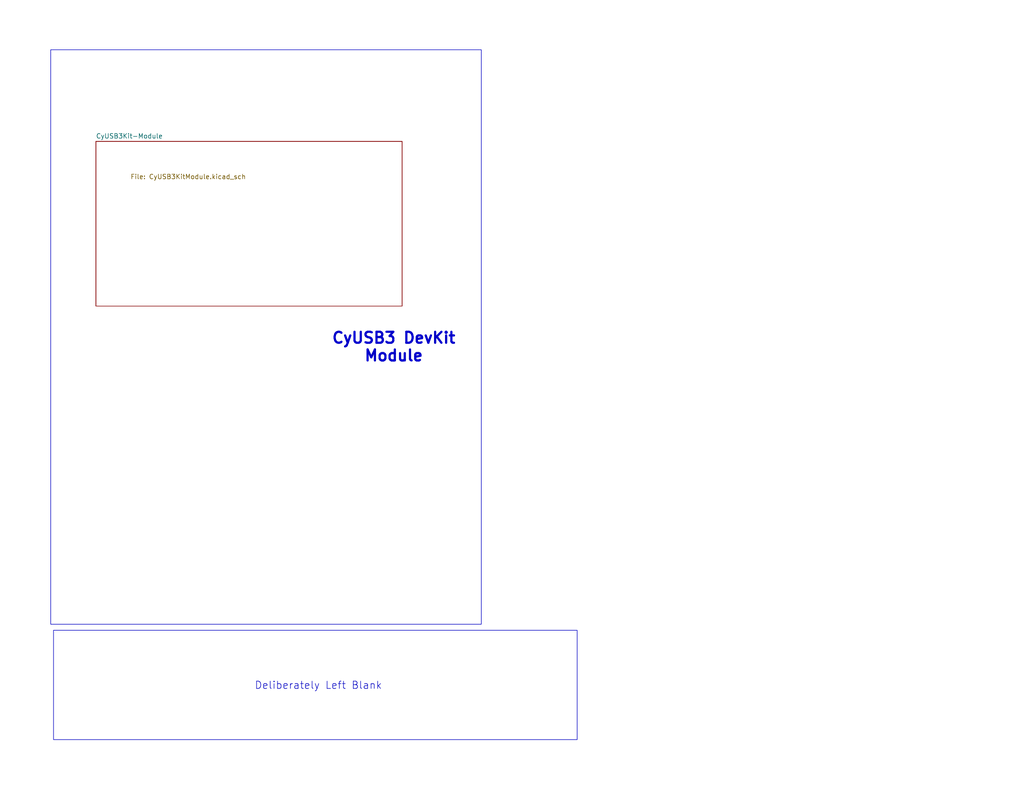
<source format=kicad_sch>
(kicad_sch
	(version 20231120)
	(generator "eeschema")
	(generator_version "8.0")
	(uuid "06ab6118-f569-4506-a4ec-ea0066a7251b")
	(paper "A")
	(title_block
		(title "PSWS-HF103-proto")
		(date "2025-06-23")
		(rev "0.1.0")
		(company "Dave Witten, KD0EAG")
		(comment 2 "[ A Minimalist Rework of HF-103 designed by Oskar Stella, ik1xpv ]")
		(comment 3 "Infineon/Cypress  FX3 DevKit and LTC2208 Demo modules")
		(comment 4 "A development straw-man based on the")
		(comment 5 " ")
	)
	(lib_symbols)
	(rectangle
		(start 14.605 172.085)
		(end 157.48 201.93)
		(stroke
			(width 0)
			(type default)
		)
		(fill
			(type none)
		)
		(uuid 38d7a4fa-337b-4879-b6e3-162865c0b42e)
	)
	(rectangle
		(start 13.843 13.589)
		(end 131.318 170.434)
		(stroke
			(width 0)
			(type default)
		)
		(fill
			(type none)
		)
		(uuid 96d6afb8-29c5-41d2-a507-db2a77b50884)
	)
	(text "Deliberately Left Blank"
		(exclude_from_sim no)
		(at 86.868 188.468 0)
		(effects
			(font
				(size 2 2)
			)
			(justify bottom)
		)
		(uuid "99005d25-1fa6-497b-872d-2f19591873dc")
	)
	(text "CyUSB3 DevKit\nModule"
		(exclude_from_sim no)
		(at 107.442 99.06 0)
		(effects
			(font
				(size 3 3)
				(thickness 0.6)
				(bold yes)
			)
			(justify bottom)
		)
		(uuid "b677a49a-7401-47ac-8600-d0b6b49fd2dd")
	)
	(sheet
		(at 26.162 38.608)
		(size 83.566 44.958)
		(stroke
			(width 0.1524)
			(type solid)
		)
		(fill
			(color 0 0 0 0.0000)
		)
		(uuid "722d556f-f238-49f0-bd01-68a04b8db506")
		(property "Sheetname" "CyUSB3Kit-Module"
			(at 26.162 37.8964 0)
			(effects
				(font
					(size 1.27 1.27)
				)
				(justify left bottom)
			)
		)
		(property "Sheetfile" "CyUSB3KitModule.kicad_sch"
			(at 35.56 47.498 0)
			(effects
				(font
					(size 1.27 1.27)
				)
				(justify left top)
			)
		)
		(instances
			(project "PSWS-FX3-HF103"
				(path "/762aef0a-d6ed-4651-8b7c-2ddb5c2c230b/46af3ed1-a429-4b49-8bed-1eb85b11428e"
					(page "3")
				)
			)
		)
	)
)

</source>
